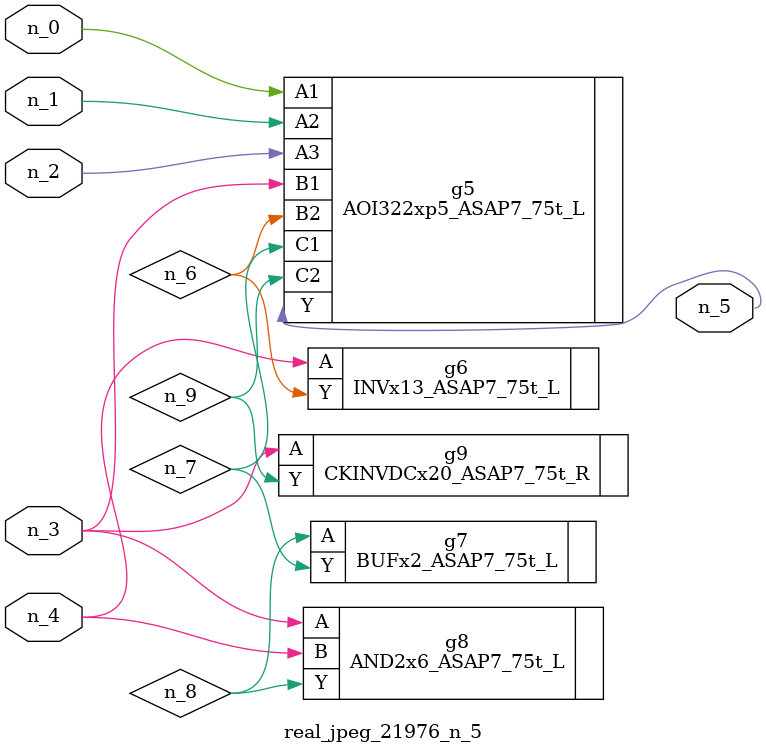
<source format=v>
module real_jpeg_21976_n_5 (n_4, n_0, n_1, n_2, n_3, n_5);

input n_4;
input n_0;
input n_1;
input n_2;
input n_3;

output n_5;

wire n_8;
wire n_6;
wire n_7;
wire n_9;

AOI322xp5_ASAP7_75t_L g5 ( 
.A1(n_0),
.A2(n_1),
.A3(n_2),
.B1(n_3),
.B2(n_6),
.C1(n_7),
.C2(n_9),
.Y(n_5)
);

AND2x6_ASAP7_75t_L g8 ( 
.A(n_3),
.B(n_4),
.Y(n_8)
);

CKINVDCx20_ASAP7_75t_R g9 ( 
.A(n_3),
.Y(n_9)
);

INVx13_ASAP7_75t_L g6 ( 
.A(n_4),
.Y(n_6)
);

BUFx2_ASAP7_75t_L g7 ( 
.A(n_8),
.Y(n_7)
);


endmodule
</source>
